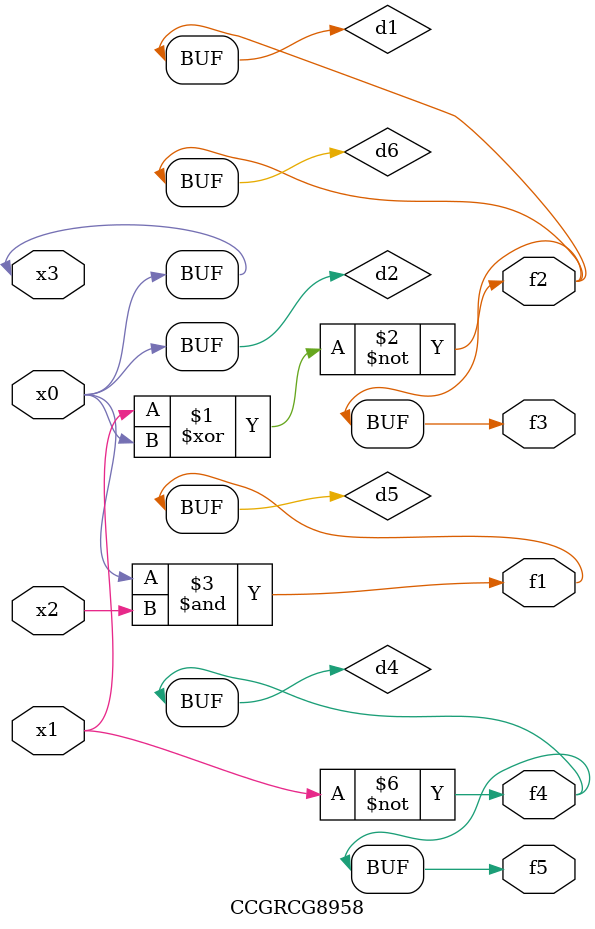
<source format=v>
module CCGRCG8958(
	input x0, x1, x2, x3,
	output f1, f2, f3, f4, f5
);

	wire d1, d2, d3, d4, d5, d6;

	xnor (d1, x1, x3);
	buf (d2, x0, x3);
	nand (d3, x0, x2);
	not (d4, x1);
	nand (d5, d3);
	or (d6, d1);
	assign f1 = d5;
	assign f2 = d6;
	assign f3 = d6;
	assign f4 = d4;
	assign f5 = d4;
endmodule

</source>
